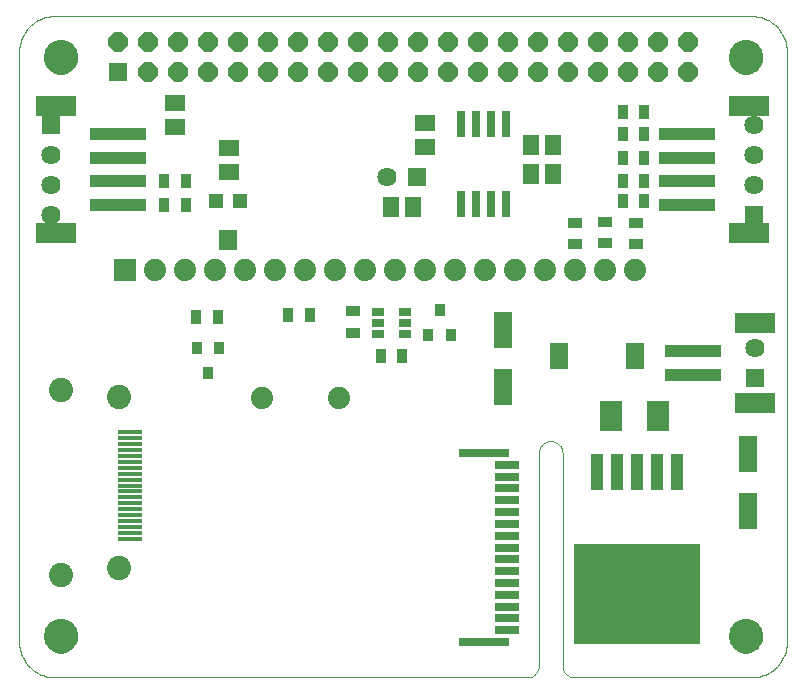
<source format=gts>
G75*
%MOIN*%
%OFA0B0*%
%FSLAX24Y24*%
%IPPOS*%
%LPD*%
%AMOC8*
5,1,8,0,0,1.08239X$1,22.5*
%
%ADD10C,0.0000*%
%ADD11C,0.1142*%
%ADD12R,0.0640X0.0640*%
%ADD13OC8,0.0640*%
%ADD14R,0.0552X0.0670*%
%ADD15R,0.0670X0.0552*%
%ADD16C,0.0640*%
%ADD17R,0.0631X0.0670*%
%ADD18R,0.0512X0.0512*%
%ADD19R,0.0355X0.0512*%
%ADD20R,0.1851X0.0434*%
%ADD21R,0.1379X0.0670*%
%ADD22R,0.0355X0.0394*%
%ADD23R,0.0394X0.0276*%
%ADD24R,0.0512X0.0355*%
%ADD25R,0.0740X0.0740*%
%ADD26C,0.0740*%
%ADD27R,0.0827X0.0276*%
%ADD28R,0.1694X0.0316*%
%ADD29R,0.0788X0.0158*%
%ADD30C,0.0808*%
%ADD31R,0.0591X0.1221*%
%ADD32R,0.0440X0.1241*%
%ADD33R,0.4237X0.3339*%
%ADD34R,0.0631X0.0906*%
%ADD35R,0.0749X0.0985*%
%ADD36R,0.0280X0.0910*%
D10*
X001331Y000150D02*
X017079Y000150D01*
X017118Y000152D01*
X017156Y000158D01*
X017193Y000167D01*
X017230Y000180D01*
X017265Y000197D01*
X017298Y000216D01*
X017329Y000239D01*
X017358Y000265D01*
X017384Y000294D01*
X017407Y000325D01*
X017426Y000358D01*
X017443Y000393D01*
X017456Y000430D01*
X017465Y000467D01*
X017471Y000505D01*
X017473Y000544D01*
X017473Y007630D01*
X017475Y007669D01*
X017481Y007707D01*
X017490Y007744D01*
X017503Y007781D01*
X017520Y007816D01*
X017539Y007849D01*
X017562Y007880D01*
X017588Y007909D01*
X017617Y007935D01*
X017648Y007958D01*
X017681Y007977D01*
X017716Y007994D01*
X017753Y008007D01*
X017790Y008016D01*
X017828Y008022D01*
X017867Y008024D01*
X017906Y008022D01*
X017944Y008016D01*
X017981Y008007D01*
X018018Y007994D01*
X018053Y007977D01*
X018086Y007958D01*
X018117Y007935D01*
X018146Y007909D01*
X018172Y007880D01*
X018195Y007849D01*
X018214Y007816D01*
X018231Y007781D01*
X018244Y007744D01*
X018253Y007707D01*
X018259Y007669D01*
X018261Y007630D01*
X018260Y007630D02*
X018260Y000544D01*
X018262Y000505D01*
X018268Y000467D01*
X018277Y000430D01*
X018290Y000393D01*
X018307Y000358D01*
X018326Y000325D01*
X018349Y000294D01*
X018375Y000265D01*
X018404Y000239D01*
X018435Y000216D01*
X018468Y000197D01*
X018503Y000180D01*
X018540Y000167D01*
X018577Y000158D01*
X018615Y000152D01*
X018654Y000150D01*
X024559Y000150D01*
X024625Y000152D01*
X024691Y000157D01*
X024757Y000167D01*
X024822Y000180D01*
X024886Y000196D01*
X024949Y000216D01*
X025011Y000240D01*
X025071Y000267D01*
X025130Y000297D01*
X025187Y000331D01*
X025242Y000368D01*
X025295Y000408D01*
X025346Y000450D01*
X025394Y000496D01*
X025440Y000544D01*
X025482Y000595D01*
X025522Y000648D01*
X025559Y000703D01*
X025593Y000760D01*
X025623Y000819D01*
X025650Y000879D01*
X025674Y000941D01*
X025694Y001004D01*
X025710Y001068D01*
X025723Y001133D01*
X025733Y001199D01*
X025738Y001265D01*
X025740Y001331D01*
X025741Y001331D02*
X025741Y021016D01*
X025740Y021016D02*
X025738Y021082D01*
X025733Y021148D01*
X025723Y021214D01*
X025710Y021279D01*
X025694Y021343D01*
X025674Y021406D01*
X025650Y021468D01*
X025623Y021528D01*
X025593Y021587D01*
X025559Y021644D01*
X025522Y021699D01*
X025482Y021752D01*
X025440Y021803D01*
X025394Y021851D01*
X025346Y021897D01*
X025295Y021939D01*
X025242Y021979D01*
X025187Y022016D01*
X025130Y022050D01*
X025071Y022080D01*
X025011Y022107D01*
X024949Y022131D01*
X024886Y022151D01*
X024822Y022167D01*
X024757Y022180D01*
X024691Y022190D01*
X024625Y022195D01*
X024559Y022197D01*
X001331Y022197D01*
X001265Y022195D01*
X001199Y022190D01*
X001133Y022180D01*
X001068Y022167D01*
X001004Y022151D01*
X000941Y022131D01*
X000879Y022107D01*
X000819Y022080D01*
X000760Y022050D01*
X000703Y022016D01*
X000648Y021979D01*
X000595Y021939D01*
X000544Y021897D01*
X000496Y021851D01*
X000450Y021803D01*
X000408Y021752D01*
X000368Y021699D01*
X000331Y021644D01*
X000297Y021587D01*
X000267Y021528D01*
X000240Y021468D01*
X000216Y021406D01*
X000196Y021343D01*
X000180Y021279D01*
X000167Y021214D01*
X000157Y021148D01*
X000152Y021082D01*
X000150Y021016D01*
X000150Y001331D01*
X000152Y001265D01*
X000157Y001199D01*
X000167Y001133D01*
X000180Y001068D01*
X000196Y001004D01*
X000216Y000941D01*
X000240Y000879D01*
X000267Y000819D01*
X000297Y000760D01*
X000331Y000703D01*
X000368Y000648D01*
X000408Y000595D01*
X000450Y000544D01*
X000496Y000496D01*
X000544Y000450D01*
X000595Y000408D01*
X000648Y000368D01*
X000703Y000331D01*
X000760Y000297D01*
X000819Y000267D01*
X000879Y000240D01*
X000941Y000216D01*
X001004Y000196D01*
X001068Y000180D01*
X001133Y000167D01*
X001199Y000157D01*
X001265Y000152D01*
X001331Y000150D01*
X000977Y001528D02*
X000979Y001575D01*
X000985Y001621D01*
X000995Y001667D01*
X001008Y001712D01*
X001026Y001755D01*
X001047Y001797D01*
X001071Y001837D01*
X001099Y001874D01*
X001130Y001909D01*
X001164Y001942D01*
X001200Y001971D01*
X001239Y001997D01*
X001280Y002020D01*
X001323Y002039D01*
X001367Y002055D01*
X001412Y002067D01*
X001458Y002075D01*
X001505Y002079D01*
X001551Y002079D01*
X001598Y002075D01*
X001644Y002067D01*
X001689Y002055D01*
X001733Y002039D01*
X001776Y002020D01*
X001817Y001997D01*
X001856Y001971D01*
X001892Y001942D01*
X001926Y001909D01*
X001957Y001874D01*
X001985Y001837D01*
X002009Y001797D01*
X002030Y001755D01*
X002048Y001712D01*
X002061Y001667D01*
X002071Y001621D01*
X002077Y001575D01*
X002079Y001528D01*
X002077Y001481D01*
X002071Y001435D01*
X002061Y001389D01*
X002048Y001344D01*
X002030Y001301D01*
X002009Y001259D01*
X001985Y001219D01*
X001957Y001182D01*
X001926Y001147D01*
X001892Y001114D01*
X001856Y001085D01*
X001817Y001059D01*
X001776Y001036D01*
X001733Y001017D01*
X001689Y001001D01*
X001644Y000989D01*
X001598Y000981D01*
X001551Y000977D01*
X001505Y000977D01*
X001458Y000981D01*
X001412Y000989D01*
X001367Y001001D01*
X001323Y001017D01*
X001280Y001036D01*
X001239Y001059D01*
X001200Y001085D01*
X001164Y001114D01*
X001130Y001147D01*
X001099Y001182D01*
X001071Y001219D01*
X001047Y001259D01*
X001026Y001301D01*
X001008Y001344D01*
X000995Y001389D01*
X000985Y001435D01*
X000979Y001481D01*
X000977Y001528D01*
X023812Y001528D02*
X023814Y001575D01*
X023820Y001621D01*
X023830Y001667D01*
X023843Y001712D01*
X023861Y001755D01*
X023882Y001797D01*
X023906Y001837D01*
X023934Y001874D01*
X023965Y001909D01*
X023999Y001942D01*
X024035Y001971D01*
X024074Y001997D01*
X024115Y002020D01*
X024158Y002039D01*
X024202Y002055D01*
X024247Y002067D01*
X024293Y002075D01*
X024340Y002079D01*
X024386Y002079D01*
X024433Y002075D01*
X024479Y002067D01*
X024524Y002055D01*
X024568Y002039D01*
X024611Y002020D01*
X024652Y001997D01*
X024691Y001971D01*
X024727Y001942D01*
X024761Y001909D01*
X024792Y001874D01*
X024820Y001837D01*
X024844Y001797D01*
X024865Y001755D01*
X024883Y001712D01*
X024896Y001667D01*
X024906Y001621D01*
X024912Y001575D01*
X024914Y001528D01*
X024912Y001481D01*
X024906Y001435D01*
X024896Y001389D01*
X024883Y001344D01*
X024865Y001301D01*
X024844Y001259D01*
X024820Y001219D01*
X024792Y001182D01*
X024761Y001147D01*
X024727Y001114D01*
X024691Y001085D01*
X024652Y001059D01*
X024611Y001036D01*
X024568Y001017D01*
X024524Y001001D01*
X024479Y000989D01*
X024433Y000981D01*
X024386Y000977D01*
X024340Y000977D01*
X024293Y000981D01*
X024247Y000989D01*
X024202Y001001D01*
X024158Y001017D01*
X024115Y001036D01*
X024074Y001059D01*
X024035Y001085D01*
X023999Y001114D01*
X023965Y001147D01*
X023934Y001182D01*
X023906Y001219D01*
X023882Y001259D01*
X023861Y001301D01*
X023843Y001344D01*
X023830Y001389D01*
X023820Y001435D01*
X023814Y001481D01*
X023812Y001528D01*
X023812Y020819D02*
X023814Y020866D01*
X023820Y020912D01*
X023830Y020958D01*
X023843Y021003D01*
X023861Y021046D01*
X023882Y021088D01*
X023906Y021128D01*
X023934Y021165D01*
X023965Y021200D01*
X023999Y021233D01*
X024035Y021262D01*
X024074Y021288D01*
X024115Y021311D01*
X024158Y021330D01*
X024202Y021346D01*
X024247Y021358D01*
X024293Y021366D01*
X024340Y021370D01*
X024386Y021370D01*
X024433Y021366D01*
X024479Y021358D01*
X024524Y021346D01*
X024568Y021330D01*
X024611Y021311D01*
X024652Y021288D01*
X024691Y021262D01*
X024727Y021233D01*
X024761Y021200D01*
X024792Y021165D01*
X024820Y021128D01*
X024844Y021088D01*
X024865Y021046D01*
X024883Y021003D01*
X024896Y020958D01*
X024906Y020912D01*
X024912Y020866D01*
X024914Y020819D01*
X024912Y020772D01*
X024906Y020726D01*
X024896Y020680D01*
X024883Y020635D01*
X024865Y020592D01*
X024844Y020550D01*
X024820Y020510D01*
X024792Y020473D01*
X024761Y020438D01*
X024727Y020405D01*
X024691Y020376D01*
X024652Y020350D01*
X024611Y020327D01*
X024568Y020308D01*
X024524Y020292D01*
X024479Y020280D01*
X024433Y020272D01*
X024386Y020268D01*
X024340Y020268D01*
X024293Y020272D01*
X024247Y020280D01*
X024202Y020292D01*
X024158Y020308D01*
X024115Y020327D01*
X024074Y020350D01*
X024035Y020376D01*
X023999Y020405D01*
X023965Y020438D01*
X023934Y020473D01*
X023906Y020510D01*
X023882Y020550D01*
X023861Y020592D01*
X023843Y020635D01*
X023830Y020680D01*
X023820Y020726D01*
X023814Y020772D01*
X023812Y020819D01*
X000977Y020819D02*
X000979Y020866D01*
X000985Y020912D01*
X000995Y020958D01*
X001008Y021003D01*
X001026Y021046D01*
X001047Y021088D01*
X001071Y021128D01*
X001099Y021165D01*
X001130Y021200D01*
X001164Y021233D01*
X001200Y021262D01*
X001239Y021288D01*
X001280Y021311D01*
X001323Y021330D01*
X001367Y021346D01*
X001412Y021358D01*
X001458Y021366D01*
X001505Y021370D01*
X001551Y021370D01*
X001598Y021366D01*
X001644Y021358D01*
X001689Y021346D01*
X001733Y021330D01*
X001776Y021311D01*
X001817Y021288D01*
X001856Y021262D01*
X001892Y021233D01*
X001926Y021200D01*
X001957Y021165D01*
X001985Y021128D01*
X002009Y021088D01*
X002030Y021046D01*
X002048Y021003D01*
X002061Y020958D01*
X002071Y020912D01*
X002077Y020866D01*
X002079Y020819D01*
X002077Y020772D01*
X002071Y020726D01*
X002061Y020680D01*
X002048Y020635D01*
X002030Y020592D01*
X002009Y020550D01*
X001985Y020510D01*
X001957Y020473D01*
X001926Y020438D01*
X001892Y020405D01*
X001856Y020376D01*
X001817Y020350D01*
X001776Y020327D01*
X001733Y020308D01*
X001689Y020292D01*
X001644Y020280D01*
X001598Y020272D01*
X001551Y020268D01*
X001505Y020268D01*
X001458Y020272D01*
X001412Y020280D01*
X001367Y020292D01*
X001323Y020308D01*
X001280Y020327D01*
X001239Y020350D01*
X001200Y020376D01*
X001164Y020405D01*
X001130Y020438D01*
X001099Y020473D01*
X001071Y020510D01*
X001047Y020550D01*
X001026Y020592D01*
X001008Y020635D01*
X000995Y020680D01*
X000985Y020726D01*
X000979Y020772D01*
X000977Y020819D01*
D11*
X001528Y020819D03*
X024363Y020819D03*
X024363Y001528D03*
X001528Y001528D03*
D12*
X013394Y016837D03*
X003445Y020319D03*
X001213Y018579D03*
X024638Y015579D03*
X024678Y010122D03*
D13*
X022445Y020319D03*
X021445Y020319D03*
X020445Y020319D03*
X019445Y020319D03*
X018445Y020319D03*
X017445Y020319D03*
X016445Y020319D03*
X015445Y020319D03*
X014445Y020319D03*
X013445Y020319D03*
X012445Y020319D03*
X011445Y020319D03*
X010445Y020319D03*
X009445Y020319D03*
X008445Y020319D03*
X007445Y020319D03*
X006445Y020319D03*
X005445Y020319D03*
X004445Y020319D03*
X004445Y021319D03*
X003445Y021319D03*
X005445Y021319D03*
X006445Y021319D03*
X007445Y021319D03*
X008445Y021319D03*
X009445Y021319D03*
X010445Y021319D03*
X011445Y021319D03*
X012445Y021319D03*
X013445Y021319D03*
X014445Y021319D03*
X015445Y021319D03*
X016445Y021319D03*
X017445Y021319D03*
X018445Y021319D03*
X019445Y021319D03*
X020445Y021319D03*
X021445Y021319D03*
X022445Y021319D03*
D14*
X017955Y017891D03*
X017207Y017891D03*
X017207Y016931D03*
X017955Y016931D03*
X013282Y015820D03*
X012534Y015820D03*
D15*
X013692Y017837D03*
X013692Y018624D03*
X007158Y017788D03*
X007158Y017000D03*
X005347Y018496D03*
X005347Y019284D03*
D16*
X001213Y017579D03*
X001213Y016579D03*
X001213Y015579D03*
X012394Y016837D03*
X024638Y016579D03*
X024638Y017579D03*
X024638Y018579D03*
X024678Y011122D03*
D17*
X007119Y014717D03*
D18*
X007512Y016026D03*
X006725Y016026D03*
D19*
X005701Y015898D03*
X004993Y015898D03*
X004993Y016685D03*
X005701Y016685D03*
X006056Y012158D03*
X006764Y012158D03*
X009126Y012237D03*
X009835Y012237D03*
X012197Y010859D03*
X012906Y010859D03*
X020268Y016016D03*
X020977Y016016D03*
X020977Y016685D03*
X020268Y016685D03*
X020268Y017473D03*
X020977Y017473D03*
X020977Y018260D03*
X020268Y018260D03*
X020268Y019008D03*
X020977Y019008D03*
D20*
X022422Y018260D03*
X022422Y017473D03*
X022422Y016685D03*
X022422Y015898D03*
X022619Y011016D03*
X022619Y010229D03*
X003430Y015898D03*
X003430Y016685D03*
X003430Y017473D03*
X003430Y018260D03*
D21*
X001382Y019205D03*
X001382Y014953D03*
X024469Y014953D03*
X024666Y011961D03*
X024666Y009284D03*
X024469Y019205D03*
D22*
X014166Y012394D03*
X014540Y011567D03*
X013792Y011567D03*
X006823Y011134D03*
X006075Y011134D03*
X006449Y010307D03*
D23*
X012099Y011587D03*
X012099Y011961D03*
X012099Y012335D03*
X013004Y012335D03*
X013004Y011961D03*
X013004Y011587D03*
D24*
X011292Y011646D03*
X011292Y012355D03*
X018693Y014599D03*
X018693Y015307D03*
X019678Y015347D03*
X019678Y014638D03*
X020701Y014599D03*
X020701Y015307D03*
D25*
X003693Y013733D03*
D26*
X004693Y013733D03*
X005693Y013733D03*
X006693Y013733D03*
X007693Y013733D03*
X008693Y013733D03*
X009693Y013733D03*
X010693Y013733D03*
X011693Y013733D03*
X012693Y013733D03*
X013693Y013733D03*
X014693Y013733D03*
X015693Y013733D03*
X016693Y013733D03*
X017693Y013733D03*
X018693Y013733D03*
X019693Y013733D03*
X020693Y013733D03*
X010800Y009481D03*
X008241Y009481D03*
D27*
X016426Y007237D03*
X016426Y006843D03*
X016426Y006449D03*
X016426Y006056D03*
X016426Y005662D03*
X016426Y005268D03*
X016426Y004874D03*
X016426Y004481D03*
X016426Y004087D03*
X016426Y003693D03*
X016426Y003300D03*
X016426Y002906D03*
X016426Y002512D03*
X016426Y002119D03*
X016426Y001725D03*
D28*
X015638Y001331D03*
X015638Y007630D03*
D29*
X003855Y007532D03*
X003855Y007729D03*
X003855Y007926D03*
X003855Y008122D03*
X003855Y008319D03*
X003855Y007335D03*
X003855Y007138D03*
X003855Y006941D03*
X003855Y006744D03*
X003855Y006548D03*
X003855Y006351D03*
X003855Y006154D03*
X003855Y005957D03*
X003855Y005760D03*
X003855Y005563D03*
X003855Y005367D03*
X003855Y005170D03*
X003855Y004973D03*
X003855Y004776D03*
D30*
X003481Y003792D03*
X001532Y003556D03*
X003481Y009500D03*
X001532Y009737D03*
D31*
X016292Y009835D03*
X016292Y011725D03*
X024441Y007591D03*
X024441Y005701D03*
D32*
X022081Y007012D03*
X021411Y007012D03*
X020741Y007012D03*
X020070Y007012D03*
X019400Y007012D03*
D33*
X020741Y002945D03*
D34*
X020662Y010859D03*
X018142Y010859D03*
D35*
X019865Y008851D03*
X021459Y008851D03*
D36*
X016372Y015946D03*
X015872Y015946D03*
X015372Y015946D03*
X014872Y015946D03*
X014872Y018596D03*
X015372Y018596D03*
X015872Y018596D03*
X016372Y018596D03*
M02*

</source>
